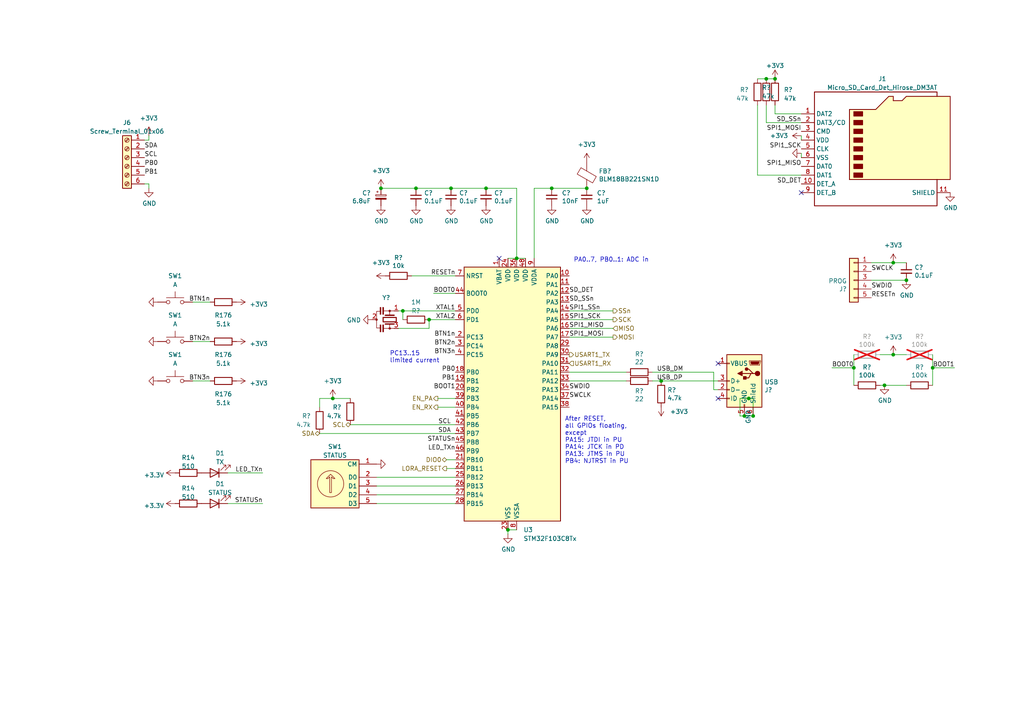
<source format=kicad_sch>
(kicad_sch (version 20230121) (generator eeschema)
  (paper "A4")
  (lib_symbols
    (symbol "Connector:Micro_SD_Card_Det_Hirose_DM3AT"
      (property "Reference" "J" (at -16.51 17.78 0))
      (property "Value" "Micro_SD_Card_Det_Hirose_DM3AT" (at 16.51 17.78 0))
      (symbol "Micro_SD_Card_Det_Hirose_DM3AT_0_1"
        (rectangle (start -7.62 -6.985) (end -5.08 -8.255) (stroke (width 0.254)) (fill (type outline)))
        (rectangle (start -7.62 -4.445) (end -5.08 -5.715) (stroke (width 0.254)) (fill (type outline)))
        (rectangle (start -7.62 -1.905) (end -5.08 -3.175) (stroke (width 0.254)) (fill (type outline)))
        (rectangle (start -7.62 0.635) (end -5.08 -0.635) (stroke (width 0.254)) (fill (type outline)))
        (rectangle (start -7.62 3.175) (end -5.08 1.905) (stroke (width 0.254)) (fill (type outline)))
        (rectangle (start -7.62 5.715) (end -5.08 4.445) (stroke (width 0.254)) (fill (type outline)))
        (rectangle (start -7.62 8.255) (end -5.08 6.985) (stroke (width 0.254)) (fill (type outline)))
        (rectangle (start -7.62 10.795) (end -5.08 9.525) (stroke (width 0.254)) (fill (type outline)))
        (polyline (pts (xy 16.51 15.24) (xy 16.51 16.51) (xy -19.05 16.51) (xy -19.05 -16.51) (xy 16.51 -16.51) (xy 16.51 -8.89)) (stroke (width 0.254)))
        (polyline (pts (xy -8.89 -8.89) (xy -8.89 11.43) (xy -1.27 11.43) (xy 2.54 15.24) (xy 3.81 15.24) (xy 3.81 13.97) (xy 6.35 13.97) (xy 7.62 15.24) (xy 20.32 15.24) (xy 20.32 -8.89) (xy -8.89 -8.89)) (stroke (width 0.254)) (fill (type background)))
      )
      (symbol "Micro_SD_Card_Det_Hirose_DM3AT_1_1"
        (pin bidirectional line (at -22.86 10.16 0) (length 3.81) (name "DAT2") (number "1"))
        (pin passive line (at -22.86 -10.16 0) (length 3.81) (name "DET_A") (number "10"))
        (pin passive line (at 20.32 -12.7 180) (length 3.81) (name "SHIELD") (number "11"))
        (pin bidirectional line (at -22.86 7.62 0) (length 3.81) (name "DAT3/CD") (number "2"))
        (pin input line (at -22.86 5.08 0) (length 3.81) (name "CMD") (number "3"))
        (pin power_in line (at -22.86 2.54 0) (length 3.81) (name "VDD") (number "4"))
        (pin input line (at -22.86 0 0) (length 3.81) (name "CLK") (number "5"))
        (pin power_in line (at -22.86 -2.54 0) (length 3.81) (name "VSS") (number "6"))
        (pin bidirectional line (at -22.86 -5.08 0) (length 3.81) (name "DAT0") (number "7"))
        (pin bidirectional line (at -22.86 -7.62 0) (length 3.81) (name "DAT1") (number "8"))
        (pin passive line (at -22.86 -12.7 0) (length 3.81) (name "DET_B") (number "9"))
      )
    )
    (symbol "Connector:Screw_Terminal_01x06" (pin_names (offset 1.016) hide)
      (property "Reference" "J" (at 0 7.62 0))
      (property "Value" "Screw_Terminal_01x06" (at 0 -10.16 0))
      (symbol "Screw_Terminal_01x06_1_1"
        (rectangle (start -1.27 6.35) (end 1.27 -8.89) (stroke (width 0.254)) (fill (type background)))
        (circle (center 0 -7.62) (radius 0.635) (stroke (width 0.1524)))
        (circle (center 0 -5.08) (radius 0.635) (stroke (width 0.1524)))
        (circle (center 0 -2.54) (radius 0.635) (stroke (width 0.1524)))
        (polyline (pts (xy -0.5334 -7.2898) (xy 0.3302 -8.128)) (stroke (width 0.1524)))
        (polyline (pts (xy -0.5334 -4.7498) (xy 0.3302 -5.588)) (stroke (width 0.1524)))
        (polyline (pts (xy -0.5334 -2.2098) (xy 0.3302 -3.048)) (stroke (width 0.1524)))
        (polyline (pts (xy -0.5334 0.3302) (xy 0.3302 -0.508)) (stroke (width 0.1524)))
        (polyline (pts (xy -0.5334 2.8702) (xy 0.3302 2.032)) (stroke (width 0.1524)))
        (polyline (pts (xy -0.5334 5.4102) (xy 0.3302 4.572)) (stroke (width 0.1524)))
        (polyline (pts (xy -0.3556 -7.112) (xy 0.508 -7.9502)) (stroke (width 0.1524)))
        (polyline (pts (xy -0.3556 -4.572) (xy 0.508 -5.4102)) (stroke (width 0.1524)))
        (polyline (pts (xy -0.3556 -2.032) (xy 0.508 -2.8702)) (stroke (width 0.1524)))
        (polyline (pts (xy -0.3556 0.508) (xy 0.508 -0.3302)) (stroke (width 0.1524)))
        (polyline (pts (xy -0.3556 3.048) (xy 0.508 2.2098)) (stroke (width 0.1524)))
        (polyline (pts (xy -0.3556 5.588) (xy 0.508 4.7498)) (stroke (width 0.1524)))
        (circle (center 0 0) (radius 0.635) (stroke (width 0.1524)))
        (circle (center 0 2.54) (radius 0.635) (stroke (width 0.1524)))
        (circle (center 0 5.08) (radius 0.635) (stroke (width 0.1524)))
        (pin passive line (at -5.08 5.08 0) (length 3.81) (name "Pin_1") (number "1"))
        (pin passive line (at -5.08 2.54 0) (length 3.81) (name "Pin_2") (number "2"))
        (pin passive line (at -5.08 0 0) (length 3.81) (name "Pin_3") (number "3"))
        (pin passive line (at -5.08 -2.54 0) (length 3.81) (name "Pin_4") (number "4"))
        (pin passive line (at -5.08 -5.08 0) (length 3.81) (name "Pin_5") (number "5"))
        (pin passive line (at -5.08 -7.62 0) (length 3.81) (name "Pin_6") (number "6"))
      )
    )
    (symbol "Connector:USB_B_Micro" (pin_names (offset 1.016))
      (property "Reference" "J" (at -5.08 11.43 0))
      (property "Value" "USB_B_Micro" (at -5.08 8.89 0))
      (symbol "USB_B_Micro_0_1"
        (rectangle (start -5.08 -7.62) (end 5.08 7.62) (stroke (width 0.254)) (fill (type background)))
        (circle (center -3.81 2.159) (radius 0.635) (stroke (width 0.254)) (fill (type outline)))
        (circle (center -0.635 3.429) (radius 0.381) (stroke (width 0.254)) (fill (type outline)))
        (rectangle (start -0.127 -7.62) (end 0.127 -6.858))
        (polyline (pts (xy -1.905 2.159) (xy 0.635 2.159)) (stroke (width 0.254)))
        (polyline (pts (xy -3.175 2.159) (xy -2.54 2.159) (xy -1.27 3.429) (xy -0.635 3.429)) (stroke (width 0.254)))
        (polyline (pts (xy -2.54 2.159) (xy -1.905 2.159) (xy -1.27 0.889) (xy 0 0.889)) (stroke (width 0.254)))
        (polyline (pts (xy 0.635 2.794) (xy 0.635 1.524) (xy 1.905 2.159) (xy 0.635 2.794)) (stroke (width 0.254)) (fill (type outline)))
        (polyline (pts (xy -4.318 5.588) (xy -1.778 5.588) (xy -2.032 4.826) (xy -4.064 4.826) (xy -4.318 5.588)) (fill (type outline)))
        (polyline (pts (xy -4.699 5.842) (xy -4.699 5.588) (xy -4.445 4.826) (xy -4.445 4.572) (xy -1.651 4.572) (xy -1.651 4.826) (xy -1.397 5.588) (xy -1.397 5.842) (xy -4.699 5.842)))
        (rectangle (start 0.254 1.27) (end -0.508 0.508) (stroke (width 0.254)) (fill (type outline)))
        (rectangle (start 5.08 -5.207) (end 4.318 -4.953))
        (rectangle (start 5.08 -2.667) (end 4.318 -2.413))
        (rectangle (start 5.08 -0.127) (end 4.318 0.127))
        (rectangle (start 5.08 4.953) (end 4.318 5.207))
      )
      (symbol "USB_B_Micro_1_1"
        (pin power_out line (at 7.62 5.08 180) (length 2.54) (name "VBUS") (number "1"))
        (pin bidirectional line (at 7.62 -2.54 180) (length 2.54) (name "D-") (number "2"))
        (pin bidirectional line (at 7.62 0 180) (length 2.54) (name "D+") (number "3"))
        (pin passive line (at 7.62 -5.08 180) (length 2.54) (name "ID") (number "4"))
        (pin power_out line (at 0 -10.16 90) (length 2.54) (name "GND") (number "5"))
        (pin passive line (at -2.54 -10.16 90) (length 2.54) (name "Shield") (number "6"))
      )
    )
    (symbol "Connector_Generic:Conn_01x05" (pin_names (offset 1.016) hide)
      (property "Reference" "J" (at 0 7.62 0))
      (property "Value" "Conn_01x05" (at 0 -7.62 0))
      (symbol "Conn_01x05_1_1"
        (rectangle (start -1.27 -4.953) (end 0 -5.207) (stroke (width 0.1524)))
        (rectangle (start -1.27 -2.413) (end 0 -2.667) (stroke (width 0.1524)))
        (rectangle (start -1.27 0.127) (end 0 -0.127) (stroke (width 0.1524)))
        (rectangle (start -1.27 2.667) (end 0 2.413) (stroke (width 0.1524)))
        (rectangle (start -1.27 5.207) (end 0 4.953) (stroke (width 0.1524)))
        (rectangle (start -1.27 6.35) (end 1.27 -6.35) (stroke (width 0.254)) (fill (type background)))
        (pin passive line (at -5.08 5.08 0) (length 3.81) (name "Pin_1") (number "1"))
        (pin passive line (at -5.08 2.54 0) (length 3.81) (name "Pin_2") (number "2"))
        (pin passive line (at -5.08 0 0) (length 3.81) (name "Pin_3") (number "3"))
        (pin passive line (at -5.08 -2.54 0) (length 3.81) (name "Pin_4") (number "4"))
        (pin passive line (at -5.08 -5.08 0) (length 3.81) (name "Pin_5") (number "5"))
      )
    )
    (symbol "Device:C_Polarized_Small" (pin_numbers hide) (pin_names (offset 0.254) hide)
      (property "Reference" "C" (at 0.254 1.778 0))
      (property "Value" "C_Polarized_Small" (at 0.254 -2.032 0))
      (symbol "C_Polarized_Small_0_1"
        (rectangle (start -1.524 -0.3048) (end 1.524 -0.6858) (fill (type outline)))
        (rectangle (start -1.524 0.6858) (end 1.524 0.3048))
        (polyline (pts (xy -1.27 1.524) (xy -0.762 1.524)))
        (polyline (pts (xy -1.016 1.27) (xy -1.016 1.778)))
      )
      (symbol "C_Polarized_Small_1_1"
        (pin passive line (at 0 2.54 270) (length 1.8542) (name "~") (number "1"))
        (pin passive line (at 0 -2.54 90) (length 1.8542) (name "~") (number "2"))
      )
    )
    (symbol "Device:C_Small" (pin_numbers hide) (pin_names (offset 0.254) hide)
      (property "Reference" "C" (at 0.254 1.778 0))
      (property "Value" "C_Small" (at 0.254 -2.032 0))
      (symbol "C_Small_0_1"
        (polyline (pts (xy -1.524 -0.508) (xy 1.524 -0.508)) (stroke (width 0.3302)))
        (polyline (pts (xy -1.524 0.508) (xy 1.524 0.508)) (stroke (width 0.3048)))
      )
      (symbol "C_Small_1_1"
        (pin passive line (at 0 2.54 270) (length 2.032) (name "~") (number "1"))
        (pin passive line (at 0 -2.54 90) (length 2.032) (name "~") (number "2"))
      )
    )
    (symbol "Device:FerriteBead" (pin_numbers hide) (pin_names (offset 0))
      (property "Reference" "FB" (at -3.81 0.635 90))
      (property "Value" "FerriteBead" (at 3.81 0 90))
      (symbol "FerriteBead_0_1"
        (polyline (pts (xy 0 -1.27) (xy 0 -1.2192)))
        (polyline (pts (xy 0 1.27) (xy 0 1.2954)))
        (polyline (pts (xy -2.7686 0.4064) (xy -1.7018 2.2606) (xy 2.7686 -0.3048) (xy 1.6764 -2.159) (xy -2.7686 0.4064)))
      )
      (symbol "FerriteBead_1_1"
        (pin passive line (at 0 3.81 270) (length 2.54) (name "~") (number "1"))
        (pin passive line (at 0 -3.81 90) (length 2.54) (name "~") (number "2"))
      )
    )
    (symbol "Device:LED" (pin_numbers hide) (pin_names (offset 1.016) hide)
      (property "Reference" "D" (at 0 2.54 0))
      (property "Value" "LED" (at 0 -2.54 0))
      (symbol "LED_0_1"
        (polyline (pts (xy -1.27 -1.27) (xy -1.27 1.27)) (stroke (width 0.254)))
        (polyline (pts (xy -1.27 0) (xy 1.27 0)))
        (polyline (pts (xy 1.27 -1.27) (xy 1.27 1.27) (xy -1.27 0) (xy 1.27 -1.27)) (stroke (width 0.254)))
        (polyline (pts (xy -3.048 -0.762) (xy -4.572 -2.286) (xy -3.81 -2.286) (xy -4.572 -2.286) (xy -4.572 -1.524)))
        (polyline (pts (xy -1.778 -0.762) (xy -3.302 -2.286) (xy -2.54 -2.286) (xy -3.302 -2.286) (xy -3.302 -1.524)))
      )
      (symbol "LED_1_1"
        (pin passive line (at -3.81 0 0) (length 2.54) (name "K") (number "1"))
        (pin passive line (at 3.81 0 180) (length 2.54) (name "A") (number "2"))
      )
    )
    (symbol "Device:R" (pin_numbers hide) (pin_names (offset 0))
      (property "Reference" "R" (at 2.032 0 90))
      (property "Value" "R" (at 0 0 90))
      (symbol "R_0_1"
        (rectangle (start -1.016 -2.54) (end 1.016 2.54) (stroke (width 0.254)))
      )
      (symbol "R_1_1"
        (pin passive line (at 0 3.81 270) (length 1.27) (name "~") (number "1"))
        (pin passive line (at 0 -3.81 90) (length 1.27) (name "~") (number "2"))
      )
    )
    (symbol "STM32F103C8Tx_1"
      (property "Reference" "U" (at -12.7 39.37 0))
      (property "Value" "STM32F103C8Tx" (at 10.16 39.37 0))
      (symbol "STM32F103C8Tx_1_0_1"
        (rectangle (start -12.7 -35.56) (end 15.24 38.1) (stroke (width 0.254)) (fill (type background)))
      )
      (symbol "STM32F103C8Tx_1_1_1"
        (pin power_in line (at -2.54 40.64 270) (length 2.54) (name "VBAT") (number "1"))
        (pin bidirectional line (at 17.78 35.56 180) (length 2.54) (name "PA0") (number "10"))
        (pin bidirectional line (at 17.78 33.02 180) (length 2.54) (name "PA1") (number "11"))
        (pin bidirectional line (at 17.78 30.48 180) (length 2.54) (name "PA2") (number "12"))
        (pin bidirectional line (at 17.78 27.94 180) (length 2.54) (name "PA3") (number "13"))
        (pin bidirectional line (at 17.78 25.4 180) (length 2.54) (name "PA4") (number "14"))
        (pin bidirectional line (at 17.78 22.86 180) (length 2.54) (name "PA5") (number "15"))
        (pin bidirectional line (at 17.78 20.32 180) (length 2.54) (name "PA6") (number "16"))
        (pin bidirectional line (at 17.78 17.78 180) (length 2.54) (name "PA7") (number "17"))
        (pin bidirectional line (at -15.24 7.62 0) (length 2.54) (name "PB0") (number "18"))
        (pin bidirectional line (at -15.24 5.08 0) (length 2.54) (name "PB1") (number "19"))
        (pin bidirectional line (at -15.24 17.78 0) (length 2.54) (name "PC13") (number "2"))
        (pin bidirectional line (at -15.24 2.54 0) (length 2.54) (name "PB2") (number "20"))
        (pin bidirectional line (at -15.24 -17.78 0) (length 2.54) (name "PB10") (number "21"))
        (pin bidirectional line (at -15.24 -20.32 0) (length 2.54) (name "PB11") (number "22"))
        (pin power_in line (at 0 -38.1 90) (length 2.54) (name "VSS") (number "23"))
        (pin power_in line (at 0 40.64 270) (length 2.54) (name "VDD") (number "24"))
        (pin bidirectional line (at -15.24 -22.86 0) (length 2.54) (name "PB12") (number "25"))
        (pin bidirectional line (at -15.24 -25.4 0) (length 2.54) (name "PB13") (number "26"))
        (pin bidirectional line (at -15.24 -27.94 0) (length 2.54) (name "PB14") (number "27"))
        (pin bidirectional line (at -15.24 -30.48 0) (length 2.54) (name "PB15") (number "28"))
        (pin bidirectional line (at 17.78 15.24 180) (length 2.54) (name "PA8") (number "29"))
        (pin bidirectional line (at -15.24 15.24 0) (length 2.54) (name "PC14") (number "3"))
        (pin bidirectional line (at 17.78 12.7 180) (length 2.54) (name "PA9") (number "30"))
        (pin bidirectional line (at 17.78 10.16 180) (length 2.54) (name "PA10") (number "31"))
        (pin bidirectional line (at 17.78 7.62 180) (length 2.54) (name "PA11") (number "32"))
        (pin bidirectional line (at 17.78 5.08 180) (length 2.54) (name "PA12") (number "33"))
        (pin bidirectional line (at 17.78 2.54 180) (length 2.54) (name "PA13") (number "34"))
        (pin passive line (at 0 -38.1 90) (length 2.54) hide (name "VSS") (number "35"))
        (pin power_in line (at 2.54 40.64 270) (length 2.54) (name "VDD") (number "36"))
        (pin bidirectional line (at 17.78 0 180) (length 2.54) (name "PA14") (number "37"))
        (pin bidirectional line (at 17.78 -2.54 180) (length 2.54) (name "PA15") (number "38"))
        (pin bidirectional line (at -15.24 0 0) (length 2.54) (name "PB3") (number "39"))
        (pin bidirectional line (at -15.24 12.7 0) (length 2.54) (name "PC15") (number "4"))
        (pin bidirectional line (at -15.24 -2.54 0) (length 2.54) (name "PB4") (number "40"))
        (pin bidirectional line (at -15.24 -5.08 0) (length 2.54) (name "PB5") (number "41"))
        (pin bidirectional line (at -15.24 -7.62 0) (length 2.54) (name "PB6") (number "42"))
        (pin bidirectional line (at -15.24 -10.16 0) (length 2.54) (name "PB7") (number "43"))
        (pin input line (at -15.24 30.48 0) (length 2.54) (name "BOOT0") (number "44"))
        (pin bidirectional line (at -15.24 -12.7 0) (length 2.54) (name "PB8") (number "45"))
        (pin bidirectional line (at -15.24 -15.24 0) (length 2.54) (name "PB9") (number "46"))
        (pin passive line (at 0 -38.1 90) (length 2.54) hide (name "VSS") (number "47"))
        (pin power_in line (at 5.08 40.64 270) (length 2.54) (name "VDD") (number "48"))
        (pin bidirectional line (at -15.24 25.4 0) (length 2.54) (name "PD0") (number "5"))
        (pin bidirectional line (at -15.24 22.86 0) (length 2.54) (name "PD1") (number "6"))
        (pin input line (at -15.24 35.56 0) (length 2.54) (name "NRST") (number "7"))
        (pin power_in line (at 2.54 -38.1 90) (length 2.54) (name "VSSA") (number "8"))
        (pin power_in line (at 7.62 40.64 270) (length 2.54) (name "VDDA") (number "9"))
      )
    )
    (symbol "Switch:SW_Coded"
      (property "Reference" "SW" (at -6.35 8.89 0))
      (property "Value" "SW_Coded" (at -6.35 -7.62 0))
      (symbol "SW_Coded_0_1"
        (circle (center -0.635 0.635) (radius 3.81))
        (polyline (pts (xy -0.889 -1.905) (xy -0.889 2.667) (xy -1.397 2.159) (xy -1.905 2.159) (xy -0.635 3.429) (xy 0.635 2.159) (xy 0.127 2.159) (xy -0.381 2.667) (xy -0.381 -1.905) (xy -0.889 -1.905) (xy -0.889 -1.905)))
        (rectangle (start 7.62 7.62) (end -6.35 -6.35) (stroke (width 0.254)) (fill (type background)))
      )
      (symbol "SW_Coded_1_1"
        (pin passive line (at 12.7 6.35 180) (length 5.08) (name "CM") (number "1"))
        (pin passive line (at 12.7 2.54 180) (length 5.08) (name "D0") (number "2"))
        (pin passive line (at 12.7 0 180) (length 5.08) (name "D1") (number "3"))
        (pin passive line (at 12.7 -2.54 180) (length 5.08) (name "D2") (number "4"))
        (pin passive line (at 12.7 -5.08 180) (length 5.08) (name "D3") (number "5"))
      )
    )
    (symbol "Switch:SW_Push" (pin_numbers hide) (pin_names (offset 1.016) hide)
      (property "Reference" "SW" (at 1.27 2.54 0))
      (property "Value" "SW_Push" (at 0 -1.524 0))
      (symbol "SW_Push_0_1"
        (circle (center -2.032 0) (radius 0.508))
        (polyline (pts (xy 0 1.27) (xy 0 3.048)))
        (polyline (pts (xy 2.54 1.27) (xy -2.54 1.27)))
        (circle (center 2.032 0) (radius 0.508))
        (pin passive line (at -5.08 0 0) (length 2.54) (name "1") (number "1"))
        (pin passive line (at 5.08 0 180) (length 2.54) (name "2") (number "2"))
      )
    )
    (symbol "mpb:CSTNE16M0V530000R0" (pin_names (offset 1.016) hide)
      (property "Reference" "Y" (at 3.175 1.905 0))
      (property "Value" "CSTNE16M0V530000R0" (at 3.175 0 0))
      (symbol "CSTNE16M0V530000R0_0_1"
        (rectangle (start -3.556 -2.54) (end -1.524 -2.794) (fill (type outline)))
        (rectangle (start -3.556 -1.778) (end -1.524 -2.032) (fill (type outline)))
        (circle (center -2.54 0) (radius 0.254) (fill (type outline)))
        (rectangle (start -0.635 1.905) (end 0.635 -1.905) (stroke (width 0.3048)))
        (circle (center 0 -3.81) (radius 0.254) (fill (type outline)))
        (polyline (pts (xy -2.54 -1.778) (xy -2.54 0)))
        (polyline (pts (xy -2.54 0) (xy -1.397 0)))
        (polyline (pts (xy -2.54 1.27) (xy -2.54 0)))
        (polyline (pts (xy -1.27 -1.27) (xy -1.27 1.27)) (stroke (width 0.381)))
        (polyline (pts (xy 1.27 -1.27) (xy 1.27 1.27)) (stroke (width 0.381)))
        (polyline (pts (xy 1.27 0) (xy 2.54 0)))
        (polyline (pts (xy 2.54 0) (xy 2.54 -1.778)))
        (polyline (pts (xy 2.54 1.27) (xy 2.54 0)))
        (polyline (pts (xy 2.413 -2.794) (xy 2.413 -3.81) (xy -2.413 -3.81) (xy -2.413 -2.667)))
        (rectangle (start 1.524 -2.54) (end 3.556 -2.794) (fill (type outline)))
        (rectangle (start 1.524 -1.778) (end 3.556 -2.032) (fill (type outline)))
        (circle (center 2.54 0) (radius 0.254) (fill (type outline)))
      )
      (symbol "CSTNE16M0V530000R0_1_1"
        (pin passive line (at -2.54 2.54 270) (length 1.27) (name "1") (number "1"))
        (pin passive line (at 0 -5.08 90) (length 1.27) (name "2") (number "2"))
        (pin passive line (at 2.54 2.54 270) (length 1.27) (name "3") (number "3"))
      )
    )
    (symbol "power:+3.3V" (power) (pin_names (offset 0))
      (property "Value" "+3.3V" (at 0 3.556 0))
      (symbol "+3.3V_0_1"
        (polyline (pts (xy -0.762 1.27) (xy 0 2.54)))
        (polyline (pts (xy 0 0) (xy 0 2.54)))
        (polyline (pts (xy 0 2.54) (xy 0.762 1.27)))
      )
      (symbol "+3.3V_1_1"
        (pin power_in line (at 0 0 90) (length 0) hide (name "+3.3V") (number "1"))
      )
    )
    (symbol "power:+3V3" (power) (pin_names (offset 0))
      (property "Value" "+3V3" (at 0 3.556 0))
      (symbol "+3V3_0_1"
        (polyline (pts (xy -0.762 1.27) (xy 0 2.54)))
        (polyline (pts (xy 0 0) (xy 0 2.54)))
        (polyline (pts (xy 0 2.54) (xy 0.762 1.27)))
      )
      (symbol "+3V3_1_1"
        (pin power_in line (at 0 0 90) (length 0) hide (name "+3V3") (number "1"))
      )
    )
    (symbol "power:GND" (power) (pin_names (offset 0))
      (property "Value" "GND" (at 0 -3.81 0))
      (symbol "GND_0_1"
        (polyline (pts (xy 0 0) (xy 0 -1.27) (xy 1.27 -1.27) (xy 0 -2.54) (xy -1.27 -1.27) (xy 0 -1.27)))
      )
      (symbol "GND_1_1"
        (pin power_in line (at 0 0 270) (length 0) hide (name "GND") (number "1"))
      )
    )
  )
  (junction (at 224.79 22.86))
  (junction (at 217.17 115.57))
  (junction (at 222.25 22.86))
  (junction (at 116.84 90.17))
  (junction (at 140.97 54.61))
  (junction (at 160.02 54.61))
  (junction (at 96.52 115.57))
  (junction (at 218.44 120.65))
  (junction (at 215.9 120.65))
  (junction (at 262.89 81.28))
  (junction (at 247.65 106.68))
  (junction (at 191.77 110.49))
  (junction (at 130.81 54.61))
  (junction (at 256.54 111.76))
  (junction (at 147.32 153.67))
  (junction (at 120.65 54.61))
  (junction (at 110.49 54.61))
  (junction (at 259.08 76.2))
  (junction (at 149.86 74.93))
  (junction (at 170.18 54.61))
  (junction (at 270.51 106.68))
  (junction (at 259.08 102.87))
  (junction (at 124.46 92.71))
  (no_connect (at 208.28 105.41))
  (no_connect (at 208.28 115.57))
  (no_connect (at 144.78 74.93))
  (no_connect (at 232.41 55.88))
  (wire (pts (xy 165.1 92.71) (xy 177.8 92.71)))
  (wire (pts (xy 110.49 54.61) (xy 120.65 54.61)))
  (wire (pts (xy 66.04 137.16) (xy 76.2 137.16)))
  (wire (pts (xy 270.51 102.87) (xy 270.51 106.68)))
  (wire (pts (xy 119.38 80.01) (xy 132.08 80.01)))
  (wire (pts (xy 232.41 44.45) (xy 232.41 45.72)))
  (wire (pts (xy 147.32 154.94) (xy 147.32 153.67)))
  (wire (pts (xy 154.94 54.61) (xy 160.02 54.61)))
  (wire (pts (xy 116.84 90.17) (xy 115.57 90.17)))
  (wire (pts (xy 256.54 111.76) (xy 262.89 111.76)))
  (wire (pts (xy 132.08 90.17) (xy 116.84 90.17)))
  (wire (pts (xy 219.71 30.48) (xy 219.71 50.8)))
  (wire (pts (xy 219.71 22.86) (xy 222.25 22.86)))
  (wire (pts (xy 109.22 138.43) (xy 132.08 138.43)))
  (wire (pts (xy 124.46 95.25) (xy 115.57 95.25)))
  (wire (pts (xy 129.54 133.35) (xy 132.08 133.35)))
  (wire (pts (xy 214.63 115.57) (xy 217.17 115.57)))
  (wire (pts (xy 154.94 54.61) (xy 154.94 74.93)))
  (wire (pts (xy 92.71 118.11) (xy 92.71 115.57)))
  (wire (pts (xy 252.73 81.28) (xy 262.89 81.28)))
  (wire (pts (xy 259.08 102.87) (xy 262.89 102.87)))
  (wire (pts (xy 270.51 106.68) (xy 270.51 111.76)))
  (wire (pts (xy 189.23 110.49) (xy 191.77 110.49)))
  (wire (pts (xy 92.71 125.73) (xy 132.08 125.73)))
  (wire (pts (xy 215.9 120.65) (xy 214.63 120.65)))
  (wire (pts (xy 55.88 110.49) (xy 60.96 110.49)))
  (wire (pts (xy 43.18 40.64) (xy 43.18 39.37)))
  (wire (pts (xy 247.65 102.87) (xy 247.65 106.68)))
  (wire (pts (xy 129.54 135.89) (xy 132.08 135.89)))
  (wire (pts (xy 222.25 22.86) (xy 224.79 22.86)))
  (wire (pts (xy 124.46 95.25) (xy 124.46 92.71)))
  (wire (pts (xy 241.3 106.68) (xy 247.65 106.68)))
  (wire (pts (xy 232.41 39.37) (xy 232.41 40.64)))
  (wire (pts (xy 125.73 85.09) (xy 132.08 85.09)))
  (wire (pts (xy 152.4 74.93) (xy 149.86 74.93)))
  (wire (pts (xy 66.04 146.05) (xy 76.2 146.05)))
  (wire (pts (xy 130.81 54.61) (xy 140.97 54.61)))
  (wire (pts (xy 124.46 92.71) (xy 132.08 92.71)))
  (wire (pts (xy 255.27 102.87) (xy 259.08 102.87)))
  (wire (pts (xy 165.1 97.79) (xy 177.8 97.79)))
  (wire (pts (xy 43.18 53.34) (xy 41.91 53.34)))
  (wire (pts (xy 255.27 111.76) (xy 256.54 111.76)))
  (wire (pts (xy 247.65 106.68) (xy 247.65 111.76)))
  (wire (pts (xy 147.32 153.67) (xy 149.86 153.67)))
  (wire (pts (xy 127 118.11) (xy 132.08 118.11)))
  (wire (pts (xy 207.01 113.03) (xy 207.01 107.95)))
  (wire (pts (xy 218.44 120.65) (xy 215.9 120.65)))
  (wire (pts (xy 214.63 120.65) (xy 214.63 115.57)))
  (wire (pts (xy 259.08 76.2) (xy 262.89 76.2)))
  (wire (pts (xy 109.22 146.05) (xy 132.08 146.05)))
  (wire (pts (xy 222.25 35.56) (xy 232.41 35.56)))
  (wire (pts (xy 149.86 54.61) (xy 149.86 74.93)))
  (wire (pts (xy 219.71 50.8) (xy 232.41 50.8)))
  (wire (pts (xy 270.51 106.68) (xy 276.86 106.68)))
  (wire (pts (xy 165.1 90.17) (xy 177.8 90.17)))
  (wire (pts (xy 140.97 54.61) (xy 149.86 54.61)))
  (wire (pts (xy 191.77 110.49) (xy 208.28 110.49)))
  (wire (pts (xy 43.18 54.61) (xy 43.18 53.34)))
  (wire (pts (xy 127 115.57) (xy 132.08 115.57)))
  (wire (pts (xy 224.79 33.02) (xy 224.79 30.48)))
  (wire (pts (xy 222.25 30.48) (xy 222.25 35.56)))
  (wire (pts (xy 120.65 54.61) (xy 130.81 54.61)))
  (wire (pts (xy 109.22 140.97) (xy 132.08 140.97)))
  (wire (pts (xy 92.71 115.57) (xy 96.52 115.57)))
  (wire (pts (xy 252.73 76.2) (xy 259.08 76.2)))
  (wire (pts (xy 165.1 95.25) (xy 177.8 95.25)))
  (wire (pts (xy 232.41 33.02) (xy 224.79 33.02)))
  (wire (pts (xy 116.84 92.71) (xy 116.84 90.17)))
  (wire (pts (xy 55.88 87.63) (xy 60.96 87.63)))
  (wire (pts (xy 101.6 123.19) (xy 132.08 123.19)))
  (wire (pts (xy 165.1 107.95) (xy 181.61 107.95)))
  (wire (pts (xy 41.91 40.64) (xy 43.18 40.64)))
  (wire (pts (xy 165.1 110.49) (xy 181.61 110.49)))
  (wire (pts (xy 55.88 99.06) (xy 60.96 99.06)))
  (wire (pts (xy 207.01 107.95) (xy 189.23 107.95)))
  (wire (pts (xy 149.86 74.93) (xy 147.32 74.93)))
  (wire (pts (xy 96.52 115.57) (xy 101.6 115.57)))
  (wire (pts (xy 160.02 54.61) (xy 170.18 54.61)))
  (wire (pts (xy 218.44 115.57) (xy 217.17 115.57)))
  (wire (pts (xy 207.01 113.03) (xy 208.28 113.03)))
  (wire (pts (xy 109.22 143.51) (xy 132.08 143.51)))
  (wire (pts (xy 218.44 120.65) (xy 218.44 115.57)))
  (text "PA0..7, PB0..1: ADC in" (at 166.37 76.2 0) (effects (font (size 1.27 1.27)) (justify left bottom)))
  (text "PC13..15\nlimited current" (at 113.03 105.41 0) (effects (font (size 1.27 1.27)) (justify left bottom)))
  (text "After RESET,\nall GPIOs floating,\nexcept\nPA15: JTDI in PU\nPA14: JTCK in PD\nPA13: JTMS in PU\nPB4: NJTRST in PU" (at 163.83 134.62 0) (effects (font (size 1.27 1.27)) (justify left bottom)))
  (label "BTN1n" (at 132.08 97.79 180))
  (label "SD_SSn" (at 165.1 87.63 0))
  (label "SDA" (at 130.81 125.73 180))
  (label "BOOT1" (at 132.08 113.03 180))
  (label "BTN2n" (at 60.96 99.06 180))
  (label "BTN2n" (at 132.08 100.33 180))
  (label "STATUSn" (at 132.08 128.27 180))
  (label "PB1" (at 41.91 50.8 0))
  (label "SD_DET" (at 232.41 53.34 180))
  (label "SPI1_MISO" (at 165.1 95.25 0))
  (label "SCL" (at 130.81 123.19 180))
  (label "SWDIO" (at 252.73 83.82 0))
  (label "XTAL2" (at 132.08 92.71 180))
  (label "LED_TXn" (at 132.08 130.81 180))
  (label "BOOT0" (at 125.73 85.09 0))
  (label "BTN3n" (at 60.96 110.49 180))
  (label "SD_DET" (at 165.1 85.09 0))
  (label "SWDIO" (at 165.1 113.03 0))
  (label "SCL" (at 41.91 45.72 0))
  (label "USB_DM" (at 190.5 107.95 0))
  (label "SWCLK" (at 252.73 78.74 0))
  (label "PB0" (at 132.08 107.95 180))
  (label "SWCLK" (at 165.1 115.57 0))
  (label "SD_SSn" (at 232.41 35.56 180))
  (label "SPI1_MOSI" (at 165.1 97.79 0))
  (label "PB1" (at 132.08 110.49 180))
  (label "RESETn" (at 252.73 86.36 0))
  (label "SPI1_SSn" (at 165.1 90.17 0))
  (label "PB0" (at 41.91 48.26 0))
  (label "BOOT1" (at 276.86 106.68 180))
  (label "SPI1_SCK" (at 232.41 43.18 180))
  (label "LED_TXn" (at 76.2 137.16 180))
  (label "STATUSn" (at 76.2 146.05 180))
  (label "BOOT0" (at 241.3 106.68 0))
  (label "SPI1_SCK" (at 165.1 92.71 0))
  (label "BTN1n" (at 60.96 87.63 180))
  (label "BTN3n" (at 132.08 102.87 180))
  (label "USB_DP" (at 190.5 110.49 0))
  (label "SDA" (at 41.91 43.18 0))
  (label "SPI1_MISO" (at 232.41 48.26 180))
  (label "SPI1_MOSI" (at 232.41 38.1 180))
  (label "XTAL1" (at 132.08 90.17 180))
  (label "RESETn" (at 132.08 80.01 180))
  (hierarchical_label "USART1_RX" (shape input) (at 165.1 105.41 0))
  (hierarchical_label "SSn" (shape output) (at 177.8 90.17 0))
  (hierarchical_label "SCK" (shape output) (at 177.8 92.71 0))
  (hierarchical_label "LORA_RESET" (shape output) (at 129.54 135.89 180))
  (hierarchical_label "EN_PA" (shape output) (at 127 115.57 180))
  (hierarchical_label "MOSI" (shape output) (at 177.8 97.79 0))
  (hierarchical_label "MISO" (shape input) (at 177.8 95.25 0))
  (hierarchical_label "USART1_TX" (shape output) (at 165.1 102.87 0))
  (hierarchical_label "DIO0" (shape bidirectional) (at 129.54 133.35 180))
  (hierarchical_label "SDA" (shape bidirectional) (at 92.71 125.73 180))
  (hierarchical_label "SCL" (shape bidirectional) (at 101.6 123.19 180))
  (hierarchical_label "EN_RX" (shape output) (at 127 118.11 180))
  (symbol (lib_id "power:+3V3") (at 96.52 115.57 0) (unit 1)
    (property "Reference" "#PWR?" (effects hide))
    (property "Value" "+3V3" (at 96.52 110.49 0))
  )
  (symbol (lib_id "Switch:SW_Push") (at 50.8 110.49 0) (unit 1)
    (property "Reference" "SW1" (at 50.8 102.87 0))
    (property "Value" "A" (at 50.8 105.41 0))
    (property "Footprint" "Button_Switch_THT:SW_PUSH_6mm" (effects hide))
    (property "MPN" "FSM8JH" (effects hide))
    (property "Need_order" "0" (effects hide))
    (instances (project "kicad-dart-70" (path "" (reference "SW1") (unit 1))) (project "tracker-kicad" (path "" (reference "SW4") (unit 1))))
  )
  (symbol (lib_id "Device:C_Small") (at 120.65 57.15 0) (unit 1)
    (property "Reference" "C?" (at 122.9868 55.9816 0) (effects (justify left)))
    (property "Value" "0.1uF" (at 122.9868 58.293 0) (effects (justify left)))
    (property "Footprint" "Capacitor_SMD:C_0603_1608Metric_Pad1.08x0.95mm_HandSolder" (effects hide))
    (property "MPN" "GRM188R71H104KA93D" (effects hide))
    (property "Need_order" "0" (effects hide))
  )
  (symbol (lib_id "power:GND") (at 232.41 44.45 270) (unit 1)
    (property "Reference" "#PWR?" (effects hide))
    (property "Value" "GND" (effects hide))
    (instances (project "kicad-dart-70" (path "" (reference "#PWR?") (unit 1))) (project "tracker-kicad" (path "" (reference "#PWR02") (unit 1))))
  )
  (symbol (lib_id "Device:R") (at 92.71 121.92 0) (unit 1)
    (property "Reference" "R?" (at 90.17 120.6499 0) (effects (justify right)))
    (property "Value" "4.7k" (at 90.17 123.1899 0) (effects (justify right)))
    (property "Footprint" "Resistor_SMD:R_0603_1608Metric_Pad0.98x0.95mm_HandSolder" (effects hide))
    (property "Need_order" "0" (effects hide))
  )
  (symbol (lib_id "Device:R") (at 185.42 110.49 270) (unit 1)
    (property "Reference" "R?" (at 185.42 113.411 90))
    (property "Value" "22" (at 185.42 115.7224 90))
    (property "Footprint" "Resistor_SMD:R_0603_1608Metric_Pad0.98x0.95mm_HandSolder" (effects hide))
    (property "Need_order" "0" (effects hide))
  )
  (symbol (lib_id "power:+3V3") (at 68.58 87.63 270) (unit 1)
    (property "Reference" "#PWR?" (effects hide))
    (property "Value" "+3V3" (at 72.39 88.265 90) (effects (justify left)))
    (instances (project "kicad-dart-70" (path "" (reference "#PWR?") (unit 1))) (project "tracker-kicad" (path "" (reference "#PWR056") (unit 1))))
  )
  (symbol (lib_id "Device:C_Polarized_Small") (at 110.49 57.15 0) (unit 1)
    (property "Reference" "C?" (at 107.5944 55.9816 0) (effects (justify right)))
    (property "Value" "6.8uF" (at 107.5944 58.293 0) (effects (justify right)))
    (property "Footprint" "Capacitor_SMD:C_1210_3225Metric_Pad1.33x2.70mm_HandSolder" (effects hide))
    (property "MPN" "stash tantalum" (effects hide))
    (property "Need_order" "0" (effects hide))
  )
  (symbol (lib_id "power:GND") (at 160.02 59.69 0) (unit 1)
    (property "Reference" "#PWR?" (effects hide))
    (property "Value" "GND" (at 160.147 64.0842 0))
  )
  (symbol (lib_id "power:GND") (at 256.54 111.76 0) (unit 1)
    (property "Reference" "#PWR?" (effects hide))
    (property "Value" "GND" (at 256.667 116.1542 0))
  )
  (symbol (lib_id "Connector:Screw_Terminal_01x06") (at 36.83 45.72 0) (mirror y) (unit 1)
    (property "Reference" "J6" (at 36.83 35.56 0))
    (property "Value" "Screw_Terminal_01x06" (at 36.83 38.1 0))
  )
  (symbol (lib_id "Device:R") (at 266.7 102.87 90) (unit 1) (dnp yes)
    (property "Reference" "R?" (at 266.7 97.6122 90))
    (property "Value" "100k" (at 266.7 99.9236 90))
    (property "Footprint" "Resistor_SMD:R_0603_1608Metric_Pad0.98x0.95mm_HandSolder" (effects hide))
    (property "Need_order" "0" (effects hide))
  )
  (symbol (lib_id "power:+3V3") (at 111.76 80.01 90) (unit 1)
    (property "Reference" "#PWR?" (effects hide))
    (property "Value" "+3V3" (at 110.49 76.2 90))
  )
  (symbol (lib_id "Device:C_Small") (at 170.18 57.15 180) (unit 1)
    (property "Reference" "C?" (at 173.101 55.9816 0) (effects (justify right)))
    (property "Value" "1uF" (at 173.101 58.293 0) (effects (justify right)))
    (property "Footprint" "Capacitor_SMD:C_0805_2012Metric_Pad1.18x1.45mm_HandSolder" (effects hide))
    (property "MPN" "08055C105JAT2A" (effects hide))
    (property "Need_order" "0" (effects hide))
  )
  (symbol (lib_id "Switch:SW_Coded") (at 96.52 140.97 0) (unit 1)
    (property "Reference" "SW1" (at 97.155 129.54 0))
    (property "Value" "STATUS" (at 97.155 132.08 0))
    (property "Datasheet" "/home/bram/Sync/Doc/Datasheet/221AMC rotary dip switch.pdf" (effects hide))
    (property "MPN" "221AMC10R " (effects hide))
    (property "Need_order" "1" (effects hide))
  )
  (symbol (lib_id "Device:R") (at 222.25 26.67 180) (unit 1)
    (property "Reference" "R?" (at 220.98 25.4 0) (effects (justify right)))
    (property "Value" "47k" (at 220.98 27.94 0) (effects (justify right)))
    (property "Footprint" "Resistor_SMD:R_0603_1608Metric_Pad0.98x0.95mm_HandSolder" (effects hide))
    (property "Need_order" "0" (effects hide))
    (instances (project "kicad-dart-70" (path "" (reference "R?") (unit 1))) (project "tracker-kicad" (path "" (reference "R2") (unit 1))))
  )
  (symbol (lib_id "power:GND") (at 147.32 154.94 0) (unit 1)
    (property "Reference" "#PWR?" (effects hide))
    (property "Value" "GND" (at 147.447 159.3342 0))
  )
  (symbol (lib_id "Device:R") (at 64.77 87.63 90) (unit 1)
    (property "Reference" "R176" (at 64.77 91.44 90))
    (property "Value" "5.1k" (at 64.77 93.98 90))
    (property "Footprint" "Resistor_SMD:R_0603_1608Metric_Pad0.98x0.95mm_HandSolder" (effects hide))
    (property "Need_order" "0" (effects hide))
    (instances (project "kicad-dart-70" (path "" (reference "R176") (unit 1))) (project "tracker-kicad" (path "" (reference "R29") (unit 1))))
  )
  (symbol (lib_id "power:GND") (at 45.72 87.63 270) (unit 1)
    (property "Reference" "#PWR?" (effects hide))
    (property "Value" "GND" (effects hide))
    (instances (project "kicad-dart-70" (path "" (reference "#PWR?") (unit 1))) (project "tracker-kicad" (path "" (reference "#PWR058") (unit 1))))
  )
  (symbol (lib_id "power:+3V3") (at 110.49 54.61 0) (unit 1)
    (property "Reference" "#PWR?" (effects hide))
    (property "Value" "+3V3" (at 110.49 49.53 0))
  )
  (symbol (lib_id "Device:R") (at 64.77 110.49 90) (unit 1)
    (property "Reference" "R176" (at 64.77 114.3 90))
    (property "Value" "5.1k" (at 64.77 116.84 90))
    (property "Footprint" "Resistor_SMD:R_0603_1608Metric_Pad0.98x0.95mm_HandSolder" (effects hide))
    (property "Need_order" "0" (effects hide))
    (instances (project "kicad-dart-70" (path "" (reference "R176") (unit 1))) (project "tracker-kicad" (path "" (reference "R31") (unit 1))))
  )
  (symbol (lib_id "Device:R") (at 101.6 119.38 0) (unit 1)
    (property "Reference" "R?" (at 99.06 118.1099 0) (effects (justify right)))
    (property "Value" "4.7k" (at 99.06 120.6499 0) (effects (justify right)))
    (property "Footprint" "Resistor_SMD:R_0603_1608Metric_Pad0.98x0.95mm_HandSolder" (effects hide))
    (property "Need_order" "0" (effects hide))
  )
  (symbol (lib_id "Device:C_Small") (at 160.02 57.15 180) (unit 1)
    (property "Reference" "C?" (at 162.941 55.9816 0) (effects (justify right)))
    (property "Value" "10nF" (at 162.941 58.293 0) (effects (justify right)))
    (property "Footprint" "Capacitor_SMD:C_0805_2012Metric_Pad1.18x1.45mm_HandSolder" (effects hide))
    (property "MPN" "VJ0805A103KXJTBC" (effects hide))
    (property "Need_order" "0" (effects hide))
  )
  (symbol (lib_id "power:GND") (at 262.89 81.28 0) (unit 1)
    (property "Reference" "#PWR?" (effects hide))
    (property "Value" "GND" (at 263.017 85.6742 0))
  )
  (symbol (lib_id "power:+3V3") (at 224.79 22.86 0) (unit 1)
    (property "Reference" "#PWR?" (effects hide))
    (property "Value" "+3V3" (at 224.79 19.05 0))
    (instances (project "kicad-dart-70" (path "" (reference "#PWR?") (unit 1))) (project "tracker-kicad" (path "" (reference "#PWR04") (unit 1))))
  )
  (symbol (lib_name "STM32F103C8Tx_1") (lib_id "MCU_ST_STM32F1:STM32F103C8Tx") (at 147.32 115.57 0) (unit 1)
    (property "Reference" "U3" (at 151.8159 153.67 0) (effects (justify left)))
    (property "Value" "STM32F103C8Tx" (at 151.8159 156.21 0) (effects (justify left)))
    (property "Footprint" "Package_QFP:LQFP-48_7x7mm_P0.5mm" (effects hide))
    (property "Datasheet" "https://www.st.com/resource/en/datasheet/stm32f103c8.pdf" (effects hide))
  )
  (symbol (lib_id "Device:C_Small") (at 262.89 78.74 0) (unit 1)
    (property "Reference" "C?" (at 265.2268 77.5716 0) (effects (justify left)))
    (property "Value" "0.1uF" (at 265.2268 79.883 0) (effects (justify left)))
    (property "Footprint" "Capacitor_SMD:C_0603_1608Metric_Pad1.08x0.95mm_HandSolder" (effects hide))
    (property "MPN" "GRM188R71H104KA93D" (effects hide))
    (property "Need_order" "0" (effects hide))
  )
  (symbol (lib_id "Switch:SW_Push") (at 50.8 99.06 0) (unit 1)
    (property "Reference" "SW1" (at 50.8 91.44 0))
    (property "Value" "A" (at 50.8 93.98 0))
    (property "Footprint" "Button_Switch_THT:SW_PUSH_6mm" (effects hide))
    (property "MPN" "FSM8JH" (effects hide))
    (property "Need_order" "0" (effects hide))
    (instances (project "kicad-dart-70" (path "" (reference "SW1") (unit 1))) (project "tracker-kicad" (path "" (reference "SW3") (unit 1))))
  )
  (symbol (lib_id "Device:R") (at 219.71 26.67 180) (unit 1)
    (property "Reference" "R?" (at 217.17 26.035 0) (effects (justify left)))
    (property "Value" "47k" (at 217.17 28.575 0) (effects (justify left)))
    (property "Footprint" "Resistor_SMD:R_0603_1608Metric_Pad0.98x0.95mm_HandSolder" (effects hide))
    (property "Need_order" "0" (effects hide))
    (instances (project "kicad-dart-70" (path "" (reference "R?") (unit 1))) (project "tracker-kicad" (path "" (reference "R3") (unit 1))))
  )
  (symbol (lib_id "power:+3V3") (at 259.08 102.87 0) (unit 1)
    (property "Reference" "#PWR?" (effects hide))
    (property "Value" "+3V3" (at 259.08 97.79 0))
  )
  (symbol (lib_id "power:+3V3") (at 68.58 110.49 270) (unit 1)
    (property "Reference" "#PWR?" (effects hide))
    (property "Value" "+3V3" (at 72.39 111.125 90) (effects (justify left)))
    (instances (project "kicad-dart-70" (path "" (reference "#PWR?") (unit 1))) (project "tracker-kicad" (path "" (reference "#PWR061") (unit 1))))
  )
  (symbol (lib_id "power:+3V3") (at 170.18 46.99 0) (unit 1)
    (property "Reference" "#PWR?" (effects hide))
    (property "Value" "+3V3" (at 170.18 41.91 0))
  )
  (symbol (lib_id "power:GND") (at 217.17 115.57 0) (mirror y) (unit 1)
    (property "Reference" "#PWR?" (effects hide))
    (property "Value" "GND" (at 217.043 118.8212 90) (effects (justify right)))
  )
  (symbol (lib_id "Device:R") (at 191.77 114.3 180) (unit 1)
    (property "Reference" "R?" (at 193.548 113.1316 0) (effects (justify right)))
    (property "Value" "4.7k" (at 193.548 115.443 0) (effects (justify right)))
    (property "Footprint" "Resistor_SMD:R_0603_1608Metric_Pad0.98x0.95mm_HandSolder" (effects hide))
    (property "Need_order" "0" (effects hide))
  )
  (symbol (lib_id "Device:R") (at 251.46 102.87 270) (unit 1) (dnp yes)
    (property "Reference" "R?" (at 251.46 97.6122 90))
    (property "Value" "100k" (at 251.46 99.9236 90))
    (property "Footprint" "Resistor_SMD:R_0603_1608Metric_Pad0.98x0.95mm_HandSolder" (effects hide))
    (property "Need_order" "0" (effects hide))
  )
  (symbol (lib_id "power:GND") (at 45.72 99.06 270) (unit 1)
    (property "Reference" "#PWR?" (effects hide))
    (property "Value" "GND" (effects hide))
    (instances (project "kicad-dart-70" (path "" (reference "#PWR?") (unit 1))) (project "tracker-kicad" (path "" (reference "#PWR059") (unit 1))))
  )
  (symbol (lib_id "Device:LED") (at 62.23 146.05 180) (unit 1)
    (property "Reference" "D1" (at 63.8175 140.335 0))
    (property "Value" "STATUS" (at 63.8175 142.875 0))
    (property "Footprint" "LED_THT:LED_D5.0mm" (effects hide))
    (property "Need_order" "0" (effects hide))
    (instances (project "kicad-eval-clock" (path "" (reference "D1") (unit 1))) (project "tracker-kicad" (path "" (reference "D2") (unit 1))))
  )
  (symbol (lib_id "power:GND") (at 110.49 59.69 0) (unit 1)
    (property "Reference" "#PWR?" (effects hide))
    (property "Value" "GND" (at 110.617 64.0842 0))
  )
  (symbol (lib_id "power:GND") (at 43.18 54.61 0) (unit 1)
    (property "Reference" "#PWR?" (effects hide))
    (property "Value" "GND" (at 43.307 59.0042 0))
    (instances (project "kicad-dart-70" (path "" (reference "#PWR?") (unit 1))) (project "tracker-kicad" (path "" (reference "#PWR049") (unit 1))))
  )
  (symbol (lib_id "Device:R") (at 120.65 92.71 90) (unit 1)
    (property "Reference" "R?" (at 120.65 90.17 90))
    (property "Value" "1M" (at 120.65 87.63 90))
    (property "Footprint" "Resistor_SMD:R_0603_1608Metric_Pad0.98x0.95mm_HandSolder" (effects hide))
    (property "Need_order" "0" (effects hide))
  )
  (symbol (lib_id "power:+3V3") (at 68.58 99.06 270) (unit 1)
    (property "Reference" "#PWR?" (effects hide))
    (property "Value" "+3V3" (at 72.39 99.695 90) (effects (justify left)))
    (instances (project "kicad-dart-70" (path "" (reference "#PWR?") (unit 1))) (project "tracker-kicad" (path "" (reference "#PWR057") (unit 1))))
  )
  (symbol (lib_id "Device:R") (at 54.61 146.05 90) (unit 1)
    (property "Reference" "R14" (at 54.61 141.605 90))
    (property "Value" "510" (at 54.61 144.145 90))
    (property "Footprint" "Resistor_SMD:R_0603_1608Metric_Pad1.05x0.95mm_HandSolder" (effects hide))
    (property "Need_order" "0" (effects hide))
    (instances (project "kicad-eval-clock" (path "" (reference "R14") (unit 1))) (project "tracker-kicad" (path "" (reference "R10") (unit 1))))
  )
  (symbol (lib_id "Device:R") (at 251.46 111.76 270) (unit 1)
    (property "Reference" "R?" (at 251.46 106.5022 90))
    (property "Value" "100k" (at 251.46 108.8136 90))
    (property "Footprint" "Resistor_SMD:R_0603_1608Metric_Pad0.98x0.95mm_HandSolder" (effects hide))
    (property "Need_order" "0" (effects hide))
  )
  (symbol (lib_id "Connector:USB_B_Micro") (at 215.9 110.49 0) (mirror y) (unit 1)
    (property "Reference" "J?" (at 221.742 113.1062 0) (effects (justify right)))
    (property "Value" "USB" (at 221.742 110.7948 0) (effects (justify right)))
    (property "Footprint" "Connector_USB:USB_Micro-B_Molex-105017-0001" (effects hide))
    (property "MPN" "Molex 104017-0001" (effects hide))
    (property "Need_order" "0" (effects hide))
  )
  (symbol (lib_id "power:GND") (at 140.97 59.69 0) (unit 1)
    (property "Reference" "#PWR?" (effects hide))
    (property "Value" "GND" (at 141.097 64.0842 0))
  )
  (symbol (lib_id "power:GND") (at 170.18 59.69 0) (unit 1)
    (property "Reference" "#PWR?" (effects hide))
    (property "Value" "GND" (at 170.307 64.0842 0))
  )
  (symbol (lib_id "power:+3V3") (at 232.41 39.37 90) (unit 1)
    (property "Reference" "#PWR?" (effects hide))
    (property "Value" "+3V3" (at 228.6 39.37 90) (effects (justify left)))
    (instances (project "kicad-dart-70" (path "" (reference "#PWR?") (unit 1))) (project "tracker-kicad" (path "" (reference "#PWR03") (unit 1))))
  )
  (symbol (lib_id "Device:R") (at 266.7 111.76 90) (unit 1)
    (property "Reference" "R?" (at 266.7 106.5022 90))
    (property "Value" "100k" (at 266.7 108.8136 90))
    (property "Footprint" "Resistor_SMD:R_0603_1608Metric_Pad0.98x0.95mm_HandSolder" (effects hide))
    (property "Need_order" "0" (effects hide))
  )
  (symbol (lib_id "power:GND") (at 45.72 110.49 270) (unit 1)
    (property "Reference" "#PWR?" (effects hide))
    (property "Value" "GND" (effects hide))
    (instances (project "kicad-dart-70" (path "" (reference "#PWR?") (unit 1))) (project "tracker-kicad" (path "" (reference "#PWR060") (unit 1))))
  )
  (symbol (lib_id "power:GND") (at 120.65 59.69 0) (unit 1)
    (property "Reference" "#PWR?" (effects hide))
    (property "Value" "GND" (at 120.777 64.0842 0))
  )
  (symbol (lib_id "power:+3.3V") (at 50.8 146.05 90) (unit 1)
    (property "Reference" "#PWR019" (effects hide))
    (property "Value" "+3.3V" (at 47.625 146.685 90) (effects (justify left)))
    (instances (project "kicad-eval-clock" (path "" (reference "#PWR019") (unit 1))) (project "tracker-kicad" (path "" (reference "#PWR016") (unit 1))))
  )
  (symbol (lib_id "power:+3V3") (at 259.08 76.2 0) (unit 1)
    (property "Reference" "#PWR?" (effects hide))
    (property "Value" "+3V3" (at 259.08 71.12 0))
  )
  (symbol (lib_id "Device:R") (at 224.79 26.67 180) (unit 1)
    (property "Reference" "R?" (at 227.33 26.035 0) (effects (justify right)))
    (property "Value" "47k" (at 227.33 28.575 0) (effects (justify right)))
    (property "Footprint" "Resistor_SMD:R_0603_1608Metric_Pad0.98x0.95mm_HandSolder" (effects hide))
    (property "Need_order" "0" (effects hide))
    (instances (project "kicad-dart-70" (path "" (reference "R?") (unit 1))) (project "tracker-kicad" (path "" (reference "R1") (unit 1))))
  )
  (symbol (lib_id "power:GND") (at 130.81 59.69 0) (unit 1)
    (property "Reference" "#PWR?" (effects hide))
    (property "Value" "GND" (at 130.937 64.0842 0))
  )
  (symbol (lib_id "power:+3V3") (at 43.18 39.37 0) (unit 1)
    (property "Reference" "#PWR?" (effects hide))
    (property "Value" "+3V3" (at 43.18 34.29 0))
    (instances (project "kicad-dart-70" (path "" (reference "#PWR?") (unit 1))) (project "tracker-kicad" (path "" (reference "#PWR018") (unit 1))))
  )
  (symbol (lib_id "Device:R") (at 185.42 107.95 270) (unit 1)
    (property "Reference" "R?" (at 185.42 102.6922 90))
    (property "Value" "22" (at 185.42 105.0036 90))
    (property "Footprint" "Resistor_SMD:R_0603_1608Metric_Pad0.98x0.95mm_HandSolder" (effects hide))
    (property "Need_order" "0" (effects hide))
  )
  (symbol (lib_id "Switch:SW_Push") (at 50.8 87.63 0) (unit 1)
    (property "Reference" "SW1" (at 50.8 80.01 0))
    (property "Value" "A" (at 50.8 82.55 0))
    (property "Footprint" "Button_Switch_THT:SW_PUSH_6mm" (effects hide))
    (property "MPN" "FSM8JH" (effects hide))
    (property "Need_order" "0" (effects hide))
    (instances (project "kicad-dart-70" (path "" (reference "SW1") (unit 1))) (project "tracker-kicad" (path "" (reference "SW2") (unit 1))))
  )
  (symbol (lib_id "Device:R") (at 115.57 80.01 90) (unit 1)
    (property "Reference" "R?" (at 115.57 74.7522 90))
    (property "Value" "10k" (at 115.57 77.0636 90))
    (property "Footprint" "Resistor_SMD:R_0603_1608Metric_Pad0.98x0.95mm_HandSolder" (effects hide))
    (property "Need_order" "0" (effects hide))
  )
  (symbol (lib_id "power:+3V3") (at 191.77 118.11 180) (unit 1)
    (property "Reference" "#PWR?" (effects hide))
    (property "Value" "+3V3" (at 194.31 119.3799 0) (effects (justify right)))
  )
  (symbol (lib_id "power:GND") (at 109.22 134.62 90) (unit 1)
    (property "Reference" "#PWR?" (effects hide))
    (property "Value" "GND" (effects hide))
    (instances (project "kicad-dart-70" (path "" (reference "#PWR?") (unit 1))) (project "tracker-kicad" (path "" (reference "#PWR014") (unit 1))))
  )
  (symbol (lib_id "power:GND") (at 275.59 55.88 0) (unit 1)
    (property "Reference" "#PWR?" (effects hide))
    (property "Value" "GND" (at 275.717 60.2742 0))
    (instances (project "kicad-dart-70" (path "" (reference "#PWR?") (unit 1))) (project "tracker-kicad" (path "" (reference "#PWR01") (unit 1))))
  )
  (symbol (lib_id "Device:C_Small") (at 130.81 57.15 0) (unit 1)
    (property "Reference" "C?" (at 133.1468 55.9816 0) (effects (justify left)))
    (property "Value" "0.1uF" (at 133.1468 58.293 0) (effects (justify left)))
    (property "Footprint" "Capacitor_SMD:C_0603_1608Metric_Pad1.08x0.95mm_HandSolder" (effects hide))
    (property "MPN" "GRM188R71H104KA93D" (effects hide))
    (property "Need_order" "0" (effects hide))
  )
  (symbol (lib_id "power:GND") (at 107.95 92.71 270) (unit 1)
    (property "Reference" "#PWR?" (effects hide))
    (property "Value" "GND" (at 104.6988 92.837 90) (effects (justify right)))
  )
  (symbol (lib_id "Connector_Generic:Conn_01x05") (at 247.65 81.28 0) (mirror y) (unit 1)
    (property "Reference" "J?" (at 245.6434 83.82 0) (effects (justify left)))
    (property "Value" "PROG" (at 245.6434 81.5086 0) (effects (justify left)))
    (property "Footprint" "Connector_PinHeader_2.54mm:PinHeader_1x05_P2.54mm_Vertical" (effects hide))
    (property "Need_order" "0" (effects hide))
  )
  (symbol (lib_id "power:+3.3V") (at 50.8 137.16 90) (unit 1)
    (property "Reference" "#PWR019" (effects hide))
    (property "Value" "+3.3V" (at 47.625 137.795 90) (effects (justify left)))
    (instances (project "kicad-eval-clock" (path "" (reference "#PWR019") (unit 1))) (project "tracker-kicad" (path "" (reference "#PWR015") (unit 1))))
  )
  (symbol (lib_id "Connector:Micro_SD_Card_Det_Hirose_DM3AT") (at 255.27 43.18 0) (unit 1)
    (property "Reference" "J1" (at 255.905 22.86 0))
    (property "Value" "Micro_SD_Card_Det_Hirose_DM3AT" (at 255.905 25.4 0))
    (property "Footprint" "Connector_Card:microSD_HC_Hirose_DM3AT-SF-PEJM5" (effects hide))
    (property "Datasheet" "/home/bram/Sync/Doc/Datasheet/DM3AT Hirose sd-card.pdf" (effects hide))
    (property "MPN" "DM3AT-SF-PEJM5" (effects hide))
  )
  (symbol (lib_id "Device:LED") (at 62.23 137.16 180) (unit 1)
    (property "Reference" "D1" (at 63.8175 131.445 0))
    (property "Value" "TX" (at 63.8175 133.985 0))
    (property "Footprint" "LED_THT:LED_D5.0mm" (effects hide))
    (property "Need_order" "0" (effects hide))
  )
  (symbol (lib_id "Device:FerriteBead") (at 170.18 50.8 180) (unit 1)
    (property "Reference" "FB?" (at 173.6598 49.6316 0) (effects (justify right)))
    (property "Value" "BLM18BB221SN1D" (at 173.6598 51.943 0) (effects (justify right)))
    (property "Footprint" "Inductor_SMD:L_0603_1608Metric_Pad1.05x0.95mm_HandSolder" (effects hide))
    (property "MPN" "BLM18BB221SN1D" (effects hide))
    (property "Need_order" "0" (effects hide))
  )
  (symbol (lib_id "Device:C_Small") (at 140.97 57.15 0) (unit 1)
    (property "Reference" "C?" (at 143.3068 55.9816 0) (effects (justify left)))
    (property "Value" "0.1uF" (at 143.3068 58.293 0) (effects (justify left)))
    (property "Footprint" "Capacitor_SMD:C_0603_1608Metric_Pad1.08x0.95mm_HandSolder" (effects hide))
    (property "MPN" "GRM188R71H104KA93D" (effects hide))
    (property "Need_order" "0" (effects hide))
  )
  (symbol (lib_id "Device:R") (at 64.77 99.06 90) (unit 1)
    (property "Reference" "R176" (at 64.77 102.87 90))
    (property "Value" "5.1k" (at 64.77 105.41 90))
    (property "Footprint" "Resistor_SMD:R_0603_1608Metric_Pad0.98x0.95mm_HandSolder" (effects hide))
    (property "Need_order" "0" (effects hide))
    (instances (project "kicad-dart-70" (path "" (reference "R176") (unit 1))) (project "tracker-kicad" (path "" (reference "R30") (unit 1))))
  )
  (symbol (lib_id "mpb:CSTNE16M0V530000R0") (at 113.03 92.71 270) (unit 1)
    (property "Reference" "Y?" (at 112.0267 86.36 90))
    (property "Value" "CSTNE16M0V530000R0" (effects hide))
    (property "Footprint" "Crystal:Resonator_SMD_Murata_CSTxExxV-3Pin_3.0x1.1mm_HandSoldering" (effects hide))
    (property "Datasheet" "/home/bram/Sync/Doc/Datasheet/CSTNE12M0GH5L000R0.pdf" (effects hide))
    (property "Need_order" "0" (effects hide))
    (property "MPN" "CSTNE16M0V530000R" (effects hide))
  )
  (symbol (lib_id "Device:R") (at 54.61 137.16 90) (unit 1)
    (property "Reference" "R14" (at 54.61 132.715 90))
    (property "Value" "510" (at 54.61 135.255 90))
    (property "Footprint" "Resistor_SMD:R_0603_1608Metric_Pad1.05x0.95mm_HandSolder" (effects hide))
    (property "Need_order" "0" (effects hide))
    (instances (project "kicad-eval-clock" (path "" (reference "R14") (unit 1))) (project "tracker-kicad" (path "" (reference "R9") (unit 1))))
  )
)
</source>
